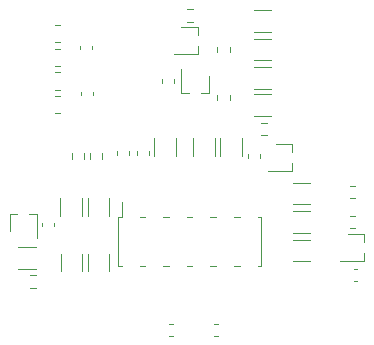
<source format=gbo>
G04 #@! TF.GenerationSoftware,KiCad,Pcbnew,(6.0.5)*
G04 #@! TF.CreationDate,2022-07-25T01:06:32+08:00*
G04 #@! TF.ProjectId,SX7H02060050-1,53583748-3032-4303-9630-3035302d312e,rev?*
G04 #@! TF.SameCoordinates,PX8af34a0PY598cce0*
G04 #@! TF.FileFunction,Legend,Bot*
G04 #@! TF.FilePolarity,Positive*
%FSLAX46Y46*%
G04 Gerber Fmt 4.6, Leading zero omitted, Abs format (unit mm)*
G04 Created by KiCad (PCBNEW (6.0.5)) date 2022-07-25 01:06:32*
%MOMM*%
%LPD*%
G01*
G04 APERTURE LIST*
%ADD10C,0.120000*%
G04 APERTURE END LIST*
D10*
G04 #@! TO.C,R224*
X7737000Y18877936D02*
X7737000Y20332064D01*
X5917000Y18877936D02*
X5917000Y20332064D01*
G04 #@! TO.C,R209*
X-3020000Y13802936D02*
X-3020000Y15257064D01*
X-1200000Y13802936D02*
X-1200000Y15257064D01*
G04 #@! TO.C,Q204*
X6287000Y27462000D02*
X6287000Y28122000D01*
X6287000Y27462000D02*
X4257000Y27462000D01*
X6287000Y29122000D02*
X6287000Y29782000D01*
X4877000Y29782000D02*
X6287000Y29782000D01*
G04 #@! TO.C,C209*
X1110000Y18956420D02*
X1110000Y19237580D01*
X2130000Y18956420D02*
X2130000Y19237580D01*
G04 #@! TO.C,R202*
X-5802064Y29935000D02*
X-5347936Y29935000D01*
X-5802064Y28465000D02*
X-5347936Y28465000D01*
G04 #@! TO.C,R211*
X15809064Y11752000D02*
X14354936Y11752000D01*
X15809064Y9932000D02*
X14354936Y9932000D01*
G04 #@! TO.C,R221*
X12507064Y26357000D02*
X11052936Y26357000D01*
X12507064Y24537000D02*
X11052936Y24537000D01*
G04 #@! TO.C,R203*
X-5802064Y25935000D02*
X-5347936Y25935000D01*
X-5802064Y24465000D02*
X-5347936Y24465000D01*
G04 #@! TO.C,R206*
X12507064Y26950000D02*
X11052936Y26950000D01*
X12507064Y28770000D02*
X11052936Y28770000D01*
G04 #@! TO.C,R222*
X8203000Y18877936D02*
X8203000Y20332064D01*
X10023000Y18877936D02*
X10023000Y20332064D01*
G04 #@! TO.C,C204*
X7702420Y4621000D02*
X7983580Y4621000D01*
X7702420Y3601000D02*
X7983580Y3601000D01*
G04 #@! TO.C,R212*
X-7442936Y9310000D02*
X-8897064Y9310000D01*
X-7442936Y11130000D02*
X-8897064Y11130000D01*
G04 #@! TO.C,C202*
X-2615000Y24009420D02*
X-2615000Y24290580D01*
X-3635000Y24009420D02*
X-3635000Y24290580D01*
G04 #@! TO.C,R210*
X-3520000Y13802936D02*
X-3520000Y15257064D01*
X-5340000Y13802936D02*
X-5340000Y15257064D01*
G04 #@! TO.C,R225*
X11669742Y21651500D02*
X12144258Y21651500D01*
X11669742Y20606500D02*
X12144258Y20606500D01*
G04 #@! TO.C,R216*
X19162742Y16317500D02*
X19637258Y16317500D01*
X19162742Y15272500D02*
X19637258Y15272500D01*
G04 #@! TO.C,R205*
X14354936Y14165000D02*
X15809064Y14165000D01*
X14354936Y12345000D02*
X15809064Y12345000D01*
G04 #@! TO.C,J202*
X7360000Y9540000D02*
X7840000Y9540000D01*
X1360000Y13660000D02*
X1840000Y13660000D01*
X3360000Y13660000D02*
X3840000Y13660000D01*
X-460000Y13660000D02*
X-460000Y9540000D01*
X-160000Y14915000D02*
X-160000Y13660000D01*
X9360000Y13660000D02*
X9840000Y13660000D01*
X11360000Y13660000D02*
X11660000Y13660000D01*
X1360000Y9540000D02*
X1840000Y9540000D01*
X9360000Y9540000D02*
X9840000Y9540000D01*
X-460000Y13660000D02*
X-160000Y13660000D01*
X5360000Y13660000D02*
X5840000Y13660000D01*
X11660000Y13660000D02*
X11660000Y9540000D01*
X7360000Y13660000D02*
X7840000Y13660000D01*
X3360000Y9540000D02*
X3840000Y9540000D01*
X5360000Y9540000D02*
X5840000Y9540000D01*
X11360000Y9540000D02*
X11660000Y9540000D01*
X-460000Y9540000D02*
X-160000Y9540000D01*
G04 #@! TO.C,R214*
X-1794500Y18605742D02*
X-1794500Y19080258D01*
X-2839500Y18605742D02*
X-2839500Y19080258D01*
G04 #@! TO.C,Q205*
X4905000Y24209000D02*
X5565000Y24209000D01*
X7225000Y25619000D02*
X7225000Y24209000D01*
X4905000Y24209000D02*
X4905000Y26239000D01*
X6565000Y24209000D02*
X7225000Y24209000D01*
G04 #@! TO.C,C208*
X10508000Y18702420D02*
X10508000Y18983580D01*
X11528000Y18702420D02*
X11528000Y18983580D01*
G04 #@! TO.C,Q201*
X20384000Y9936000D02*
X18354000Y9936000D01*
X18974000Y12256000D02*
X20384000Y12256000D01*
X20384000Y9936000D02*
X20384000Y10596000D01*
X20384000Y11596000D02*
X20384000Y12256000D01*
G04 #@! TO.C,C206*
X19513420Y9320000D02*
X19794580Y9320000D01*
X19513420Y8300000D02*
X19794580Y8300000D01*
G04 #@! TO.C,Q203*
X14288000Y19216000D02*
X14288000Y19876000D01*
X14288000Y17556000D02*
X12258000Y17556000D01*
X14288000Y17556000D02*
X14288000Y18216000D01*
X12878000Y19876000D02*
X14288000Y19876000D01*
G04 #@! TO.C,Q202*
X-7320000Y13910000D02*
X-7980000Y13910000D01*
X-9640000Y12500000D02*
X-9640000Y13910000D01*
X-8980000Y13910000D02*
X-9640000Y13910000D01*
X-7320000Y13910000D02*
X-7320000Y11880000D01*
G04 #@! TO.C,R215*
X9000500Y27622742D02*
X9000500Y28097258D01*
X7955500Y27622742D02*
X7955500Y28097258D01*
G04 #@! TO.C,C210*
X3269000Y25052420D02*
X3269000Y25333580D01*
X4289000Y25052420D02*
X4289000Y25333580D01*
G04 #@! TO.C,R207*
X14354936Y16578000D02*
X15809064Y16578000D01*
X14354936Y14758000D02*
X15809064Y14758000D01*
G04 #@! TO.C,R217*
X19162742Y13777500D02*
X19637258Y13777500D01*
X19162742Y12732500D02*
X19637258Y12732500D01*
G04 #@! TO.C,R213*
X-7432742Y8752500D02*
X-7907258Y8752500D01*
X-7432742Y7707500D02*
X-7907258Y7707500D01*
G04 #@! TO.C,R204*
X-5347936Y26465000D02*
X-5802064Y26465000D01*
X-5347936Y27935000D02*
X-5802064Y27935000D01*
G04 #@! TO.C,R226*
X5870458Y30233100D02*
X5395942Y30233100D01*
X5870458Y31278100D02*
X5395942Y31278100D01*
G04 #@! TO.C,R218*
X-3318500Y18605742D02*
X-3318500Y19080258D01*
X-4363500Y18605742D02*
X-4363500Y19080258D01*
G04 #@! TO.C,R223*
X2615000Y18877936D02*
X2615000Y20332064D01*
X4435000Y18877936D02*
X4435000Y20332064D01*
G04 #@! TO.C,R227*
X7955500Y24033258D02*
X7955500Y23558742D01*
X9000500Y24033258D02*
X9000500Y23558742D01*
G04 #@! TO.C,C201*
X479000Y19237580D02*
X479000Y18956420D01*
X-541000Y19237580D02*
X-541000Y18956420D01*
G04 #@! TO.C,R219*
X12507064Y24071000D02*
X11052936Y24071000D01*
X12507064Y22251000D02*
X11052936Y22251000D01*
G04 #@! TO.C,R208*
X-3510000Y10587064D02*
X-3510000Y9132936D01*
X-5330000Y10587064D02*
X-5330000Y9132936D01*
G04 #@! TO.C,R228*
X-3010000Y9132936D02*
X-3010000Y10587064D01*
X-1190000Y9132936D02*
X-1190000Y10587064D01*
G04 #@! TO.C,C207*
X-6900000Y12909420D02*
X-6900000Y13190580D01*
X-5880000Y12909420D02*
X-5880000Y13190580D01*
G04 #@! TO.C,R220*
X12507064Y31183000D02*
X11052936Y31183000D01*
X12507064Y29363000D02*
X11052936Y29363000D01*
G04 #@! TO.C,C203*
X-2640000Y27909420D02*
X-2640000Y28190580D01*
X-3660000Y27909420D02*
X-3660000Y28190580D01*
G04 #@! TO.C,R201*
X-5802064Y22465000D02*
X-5347936Y22465000D01*
X-5802064Y23935000D02*
X-5347936Y23935000D01*
G04 #@! TO.C,C205*
X4173580Y4621000D02*
X3892420Y4621000D01*
X4173580Y3601000D02*
X3892420Y3601000D01*
G04 #@! TD*
M02*

</source>
